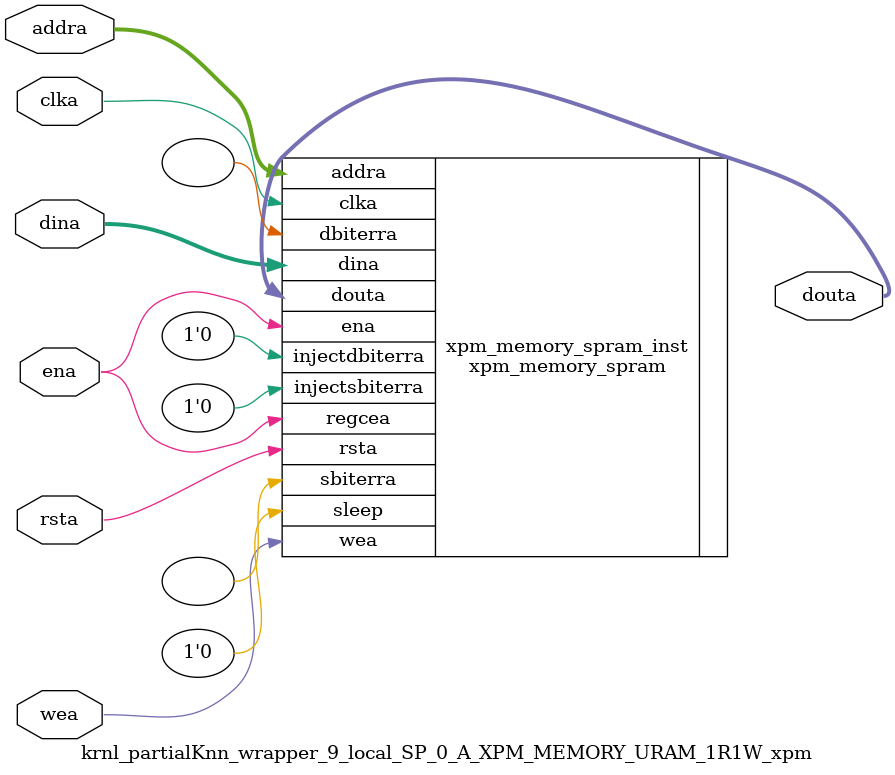
<source format=v>
`timescale 1 ns / 1 ps
module krnl_partialKnn_wrapper_9_local_SP_0_A_XPM_MEMORY_URAM_1R1W_xpm # (
  // Common module parameters
  parameter integer                 MEMORY_SIZE        = 524288,
  parameter                         MEMORY_PRIMITIVE   = "ultra",
  parameter                         ECC_MODE           = "no_ecc",
  parameter                         MEMORY_INIT_FILE   = "none",
  parameter                         WAKEUP_TIME        = "disable_sleep",
  parameter integer                 MESSAGE_CONTROL    = 0,
  // Port A module parameters
  parameter integer                 WRITE_DATA_WIDTH_A = 256,
  parameter integer                 READ_DATA_WIDTH_A  = WRITE_DATA_WIDTH_A,
  parameter integer                 BYTE_WRITE_WIDTH_A = WRITE_DATA_WIDTH_A,
  parameter integer                 ADDR_WIDTH_A       = 11,
  parameter                         READ_RESET_VALUE_A = "0",
  parameter integer                 READ_LATENCY_A     = 1,
  parameter                         WRITE_MODE_A       = "read_first"
) (
  // Port A module ports
  input  wire                                               clka,
  input  wire                                               rsta,
  input  wire                                               ena,
  input  wire [(WRITE_DATA_WIDTH_A/BYTE_WRITE_WIDTH_A)-1:0] wea,
  input  wire [ADDR_WIDTH_A-1:0]                            addra,
  input  wire [WRITE_DATA_WIDTH_A-1:0]                      dina,
  output wire [READ_DATA_WIDTH_A-1:0]                       douta
);
// Set parameter values and connect ports to instantiate an XPM_MEMORY single port RAM configuration
xpm_memory_spram # (
  // Common module parameters
  .MEMORY_SIZE        (MEMORY_SIZE),   //positive integer
  .MEMORY_PRIMITIVE   (MEMORY_PRIMITIVE),      //string; "auto", "distributed", "block" or "ultra";
  .ECC_MODE           (ECC_MODE),      //do not change
  .MEMORY_INIT_FILE   (MEMORY_INIT_FILE), //string; "none" or "<filename>.mem" 
  .MEMORY_INIT_PARAM  (""), //string;
  .WAKEUP_TIME        (WAKEUP_TIME),      //string; "disable_sleep" or "use_sleep_pin"
  .MESSAGE_CONTROL    (MESSAGE_CONTROL),      //do not change
  // Port A module parameters
  .WRITE_DATA_WIDTH_A (WRITE_DATA_WIDTH_A),     //positive integer
  .READ_DATA_WIDTH_A  (READ_DATA_WIDTH_A),     //positive integer
  .BYTE_WRITE_WIDTH_A (BYTE_WRITE_WIDTH_A),     //integer; 8, 9, or WRITE_DATA_WIDTH_A value
  .ADDR_WIDTH_A       (ADDR_WIDTH_A),      //positive integer
  .READ_RESET_VALUE_A (READ_RESET_VALUE_A),  //string
  .READ_LATENCY_A     (READ_LATENCY_A),      //non-negative integer
  .WRITE_MODE_A       (WRITE_MODE_A)       //string; "write_first", "read_first", "no_change"
) xpm_memory_spram_inst (
  // Common module ports
  .sleep          (1'b0),  //do not change
  // Port A module ports
  .clka           (clka),
  .rsta           (rsta),
  .ena            (ena),
  .regcea         (ena),
  .wea            (wea),
  .addra          (addra),
  .dina           (dina),
  .injectsbiterra (1'b0),  //do not change
  .injectdbiterra (1'b0),  //do not change
  .douta          (douta),
  .sbiterra       (),      //do not change
  .dbiterra       ()       //do not change
);
endmodule
</source>
